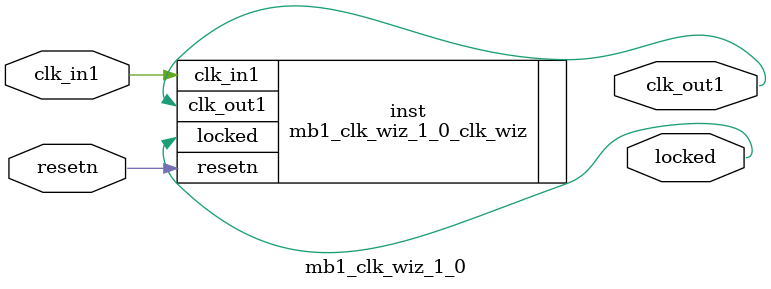
<source format=v>


`timescale 1ps/1ps

(* CORE_GENERATION_INFO = "mb1_clk_wiz_1_0,clk_wiz_v6_0_13_0_0,{component_name=mb1_clk_wiz_1_0,use_phase_alignment=true,use_min_o_jitter=false,use_max_i_jitter=false,use_dyn_phase_shift=false,use_inclk_switchover=false,use_dyn_reconfig=false,enable_axi=0,feedback_source=FDBK_AUTO,PRIMITIVE=MMCM,num_out_clk=1,clkin1_period=10.000,clkin2_period=10.000,use_power_down=false,use_reset=true,use_locked=true,use_inclk_stopped=false,feedback_type=SINGLE,CLOCK_MGR_TYPE=NA,manual_override=false}" *)

module mb1_clk_wiz_1_0 
 (
  // Clock out ports
  output        clk_out1,
  // Status and control signals
  input         resetn,
  output        locked,
 // Clock in ports
  input         clk_in1
 );

  mb1_clk_wiz_1_0_clk_wiz inst
  (
  // Clock out ports  
  .clk_out1(clk_out1),
  // Status and control signals               
  .resetn(resetn), 
  .locked(locked),
 // Clock in ports
  .clk_in1(clk_in1)
  );

endmodule

</source>
